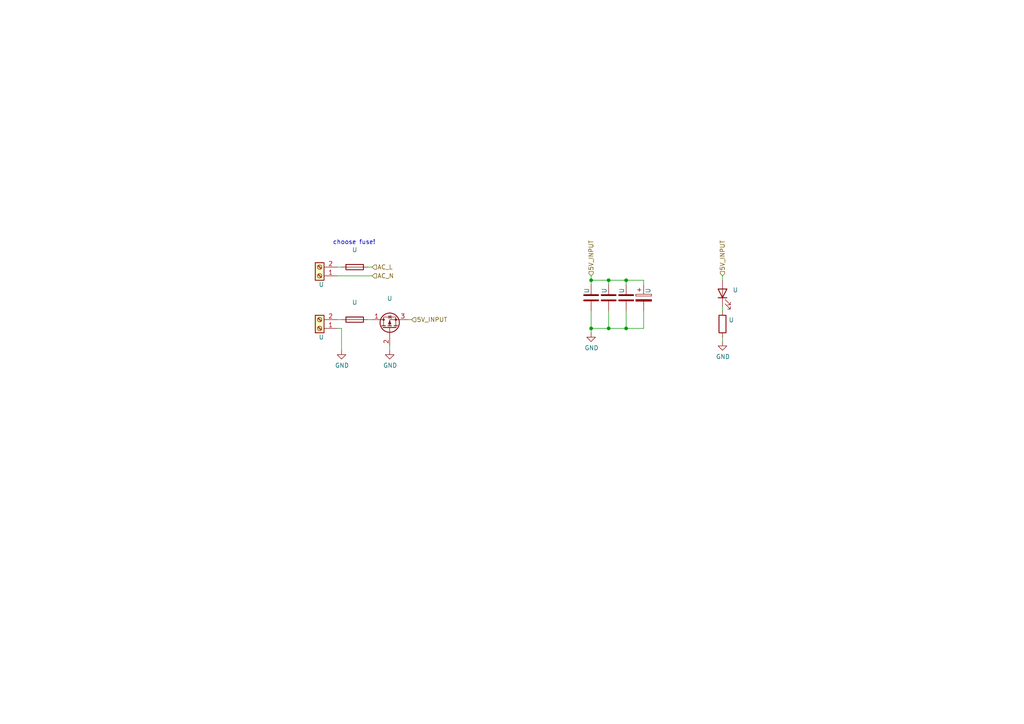
<source format=kicad_sch>
(kicad_sch (version 20220622) (generator eeschema)
  (paper "A4")
  (title_block (title "Power section") (date "2020-01-15") (rev "1.0") (company "SENSA"))
  (lib_symbols
    (symbol "Connector:Screw_Terminal_01x02" (pin_names (offset 1.016) hide)
      (property "Reference" "J" (at 0 2.54 0))
      (property "Value" "Screw_Terminal_01x02" (at 0 -5.08 0))
      (symbol "Screw_Terminal_01x02_1_1"
        (rectangle (start -1.27 1.27) (end 1.27 -3.81) (stroke (width 0.254)) (fill (type background)))
        (circle (center 0 -2.54) (radius 0.635) (stroke (width 0.1524)))
        (polyline (pts (xy -0.5334 -2.2098) (xy 0.3302 -3.048)) (stroke (width 0.1524)))
        (polyline (pts (xy -0.5334 0.3302) (xy 0.3302 -0.508)) (stroke (width 0.1524)))
        (polyline (pts (xy -0.3556 -2.032) (xy 0.508 -2.8702)) (stroke (width 0.1524)))
        (polyline (pts (xy -0.3556 0.508) (xy 0.508 -0.3302)) (stroke (width 0.1524)))
        (circle (center 0 0) (radius 0.635) (stroke (width 0.1524)))
        (pin passive line (at -5.08 0 0) (length 3.81) (name "Pin_1") (number "1"))
        (pin passive line (at -5.08 -2.54 0) (length 3.81) (name "Pin_2") (number "2"))
      )
    )
    (symbol "Device:C" (pin_numbers hide) (pin_names (offset 0.254))
      (property "Reference" "C" (at 0.635 2.54 0))
      (property "Value" "C" (at 0.635 -2.54 0))
      (symbol "C_0_1"
        (polyline (pts (xy -2.032 -0.762) (xy 2.032 -0.762)) (stroke (width 0.508)))
        (polyline (pts (xy -2.032 0.762) (xy 2.032 0.762)) (stroke (width 0.508)))
      )
      (symbol "C_1_1"
        (pin passive line (at 0 3.81 270) (length 2.794) (name "~") (number "1"))
        (pin passive line (at 0 -3.81 90) (length 2.794) (name "~") (number "2"))
      )
    )
    (symbol "Device:Fuse" (pin_numbers hide) (pin_names (offset 0))
      (property "Reference" "F" (at 2.032 0 90))
      (property "Value" "Fuse" (at -1.905 0 90))
      (symbol "Fuse_0_1"
        (rectangle (start -0.762 -2.54) (end 0.762 2.54) (stroke (width 0.254)))
        (polyline (pts (xy 0 2.54) (xy 0 -2.54)))
      )
      (symbol "Fuse_1_1"
        (pin passive line (at 0 3.81 270) (length 1.27) (name "~") (number "1"))
        (pin passive line (at 0 -3.81 90) (length 1.27) (name "~") (number "2"))
      )
    )
    (symbol "Device:LED" (pin_numbers hide) (pin_names (offset 1.016) hide)
      (property "Reference" "D" (at 0 2.54 0))
      (property "Value" "LED" (at 0 -2.54 0))
      (symbol "LED_0_1"
        (polyline (pts (xy -1.27 -1.27) (xy -1.27 1.27)) (stroke (width 0.254)))
        (polyline (pts (xy -1.27 0) (xy 1.27 0)))
        (polyline (pts (xy 1.27 -1.27) (xy 1.27 1.27) (xy -1.27 0) (xy 1.27 -1.27)) (stroke (width 0.254)))
        (polyline (pts (xy -3.048 -0.762) (xy -4.572 -2.286) (xy -3.81 -2.286) (xy -4.572 -2.286) (xy -4.572 -1.524)))
        (polyline (pts (xy -1.778 -0.762) (xy -3.302 -2.286) (xy -2.54 -2.286) (xy -3.302 -2.286) (xy -3.302 -1.524)))
      )
      (symbol "LED_1_1"
        (pin passive line (at -3.81 0 0) (length 2.54) (name "K") (number "1"))
        (pin passive line (at 3.81 0 180) (length 2.54) (name "A") (number "2"))
      )
    )
    (symbol "Device:R" (pin_numbers hide) (pin_names (offset 0))
      (property "Reference" "R" (at 2.032 0 90))
      (property "Value" "R" (at 0 0 90))
      (symbol "R_0_1"
        (rectangle (start -1.016 -2.54) (end 1.016 2.54) (stroke (width 0.254)))
      )
      (symbol "R_1_1"
        (pin passive line (at 0 3.81 270) (length 1.27) (name "~") (number "1"))
        (pin passive line (at 0 -3.81 90) (length 1.27) (name "~") (number "2"))
      )
    )
    (symbol "Transistor_FET:BS250" (pin_names hide)
      (property "Reference" "Q" (at 5.08 1.905 0))
      (property "Value" "BS250" (at 5.08 0 0))
      (symbol "BS250_0_1"
        (polyline (pts (xy 0.254 0) (xy -2.54 0)))
        (polyline (pts (xy 0.254 1.905) (xy 0.254 -1.905)) (stroke (width 0.254)))
        (polyline (pts (xy 0.762 -1.27) (xy 0.762 -2.286)) (stroke (width 0.254)))
        (polyline (pts (xy 0.762 0.508) (xy 0.762 -0.508)) (stroke (width 0.254)))
        (polyline (pts (xy 0.762 2.286) (xy 0.762 1.27)) (stroke (width 0.254)))
        (polyline (pts (xy 2.54 2.54) (xy 2.54 1.778)))
        (polyline (pts (xy 2.54 -2.54) (xy 2.54 0) (xy 0.762 0)))
        (polyline (pts (xy 0.762 1.778) (xy 3.302 1.778) (xy 3.302 -1.778) (xy 0.762 -1.778)))
        (polyline (pts (xy 2.286 0) (xy 1.27 0.381) (xy 1.27 -0.381) (xy 2.286 0)) (fill (type outline)))
        (polyline (pts (xy 2.794 -0.508) (xy 2.921 -0.381) (xy 3.683 -0.381) (xy 3.81 -0.254)))
        (polyline (pts (xy 3.302 -0.381) (xy 2.921 0.254) (xy 3.683 0.254) (xy 3.302 -0.381)))
        (circle (center 1.651 0) (radius 2.794) (stroke (width 0.254)))
        (circle (center 2.54 -1.778) (radius 0.254) (fill (type outline)))
        (circle (center 2.54 1.778) (radius 0.254) (fill (type outline)))
      )
      (symbol "BS250_1_1"
        (pin passive line (at 2.54 5.08 270) (length 2.54) (name "D") (number "1"))
        (pin input line (at -5.08 0 0) (length 2.54) (name "G") (number "2"))
        (pin passive line (at 2.54 -5.08 90) (length 2.54) (name "S") (number "3"))
      )
    )
    (symbol "burner-rescue:CP-Device" (pin_numbers hide) (pin_names (offset 0.254))
      (property "Reference" "C" (at 0.635 2.54 0))
      (property "Value" "CP-Device" (at 0.635 -2.54 0))
      (symbol "CP-Device_0_1"
        (rectangle (start -2.286 0.508) (end 2.286 1.016))
        (polyline (pts (xy -1.778 2.286) (xy -0.762 2.286)))
        (polyline (pts (xy -1.27 2.794) (xy -1.27 1.778)))
        (rectangle (start 2.286 -0.508) (end -2.286 -1.016) (fill (type outline)))
      )
      (symbol "CP-Device_1_1"
        (pin passive line (at 0 3.81 270) (length 2.794) (name "~") (number "1"))
        (pin passive line (at 0 -3.81 90) (length 2.794) (name "~") (number "2"))
      )
    )
    (symbol "power:GND" (power) (pin_names (offset 0))
      (property "Value" "GND" (at 0 -3.81 0))
      (symbol "GND_0_1"
        (polyline (pts (xy 0 0) (xy 0 -1.27) (xy 1.27 -1.27) (xy 0 -2.54) (xy -1.27 -1.27) (xy 0 -1.27)))
      )
      (symbol "GND_1_1"
        (pin power_in line (at 0 0 270) (length 0) hide (name "GND") (number "1"))
      )
    )
  )
  (junction (at 171.45 95.25))
  (junction (at 176.53 81.28))
  (junction (at 171.45 81.28))
  (junction (at 181.61 95.25))
  (junction (at 181.61 81.28))
  (junction (at 176.53 95.25))
  (wire (pts (xy 181.61 95.25) (xy 176.53 95.25)))
  (wire (pts (xy 209.55 97.79) (xy 209.55 99.06)))
  (wire (pts (xy 106.68 92.71) (xy 107.95 92.71)))
  (wire (pts (xy 209.55 81.28) (xy 209.55 80.01)))
  (wire (pts (xy 176.53 95.25) (xy 171.45 95.25)))
  (wire (pts (xy 171.45 95.25) (xy 171.45 96.52)))
  (wire (pts (xy 181.61 90.17) (xy 181.61 95.25)))
  (wire (pts (xy 181.61 82.55) (xy 181.61 81.28)))
  (wire (pts (xy 97.79 77.47) (xy 99.06 77.47)))
  (wire (pts (xy 176.53 90.17) (xy 176.53 95.25)))
  (wire (pts (xy 209.55 88.9) (xy 209.55 90.17)))
  (wire (pts (xy 186.69 90.17) (xy 186.69 95.25)))
  (wire (pts (xy 186.69 81.28) (xy 186.69 82.55)))
  (wire (pts (xy 171.45 80.01) (xy 171.45 81.28)))
  (wire (pts (xy 181.61 81.28) (xy 186.69 81.28)))
  (wire (pts (xy 171.45 90.17) (xy 171.45 95.25)))
  (wire (pts (xy 176.53 81.28) (xy 181.61 81.28)))
  (wire (pts (xy 99.06 95.25) (xy 99.06 101.6)))
  (wire (pts (xy 97.79 80.01) (xy 107.95 80.01)))
  (wire (pts (xy 97.79 95.25) (xy 99.06 95.25)))
  (wire (pts (xy 106.68 77.47) (xy 107.95 77.47)))
  (wire (pts (xy 97.79 92.71) (xy 99.06 92.71)))
  (wire (pts (xy 171.45 81.28) (xy 171.45 82.55)))
  (wire (pts (xy 113.03 100.33) (xy 113.03 101.6)))
  (wire (pts (xy 186.69 95.25) (xy 181.61 95.25)))
  (wire (pts (xy 171.45 81.28) (xy 176.53 81.28)))
  (wire (pts (xy 118.11 92.71) (xy 119.38 92.71)))
  (wire (pts (xy 176.53 82.55) (xy 176.53 81.28)))
  (text "choose fuse!" (at 96.52 71.12 0) (effects (font (size 1.27 1.27)) (justify left bottom)))
  (hierarchical_label "AC_N" (shape input) (at 107.95 80.01 0))
  (hierarchical_label "5V_INPUT" (shape input) (at 171.45 80.01 90))
  (hierarchical_label "5V_INPUT" (shape input) (at 209.55 80.01 90))
  (hierarchical_label "5V_INPUT" (shape input) (at 119.38 92.71 0))
  (hierarchical_label "AC_L" (shape input) (at 107.95 77.47 0))
  (symbol (lib_id "Connector:Screw_Terminal_01x02") (at 92.71 95.25 180) (unit 1)
    (default_instance (reference "U") (unit 1) (value "") (footprint ""))
    (property "Reference" "U" (at 93.98 97.79 0) (effects (justify left)))
  )
  (symbol (lib_id "Connector:Screw_Terminal_01x02") (at 92.71 80.01 180) (unit 1)
    (default_instance (reference "U") (unit 1) (value "") (footprint ""))
    (property "Reference" "U" (at 93.98 82.55 0) (effects (justify left)))
  )
  (symbol (lib_id "Device:Fuse") (at 102.87 77.47 270) (unit 1)
    (default_instance (reference "U") (unit 1) (value "") (footprint ""))
    (property "Reference" "U" (at 102.87 72.4662 90))
  )
  (symbol (lib_id "power:GND") (at 99.06 101.6 0) (unit 1)
    (default_instance (reference "U") (unit 1) (value "") (footprint ""))
    (property "Reference" "U" (effects hide))
  )
  (symbol (lib_id "Device:LED") (at 209.55 85.09 90) (unit 1)
    (default_instance (reference "U") (unit 1) (value "") (footprint ""))
    (property "Reference" "U" (at 212.5218 84.0994 90) (effects (justify right)))
  )
  (symbol (lib_id "Device:R") (at 209.55 93.98 0) (unit 1)
    (default_instance (reference "U") (unit 1) (value "") (footprint ""))
    (property "Reference" "U" (at 211.328 92.8116 0) (effects (justify left)))
  )
  (symbol (lib_id "power:GND") (at 209.55 99.06 0) (unit 1)
    (default_instance (reference "U") (unit 1) (value "") (footprint ""))
    (property "Reference" "U" (effects hide))
  )
  (symbol (lib_id "Device:Fuse") (at 102.87 92.71 270) (unit 1)
    (default_instance (reference "U") (unit 1) (value "") (footprint ""))
    (property "Reference" "U" (at 102.87 87.7062 90))
  )
  (symbol (lib_id "Device:C") (at 171.45 86.36 0) (unit 1)
    (default_instance (reference "U") (unit 1) (value "") (footprint ""))
    (property "Reference" "U" (at 170.18 85.09 90) (effects (justify left)))
  )
  (symbol (lib_id "Device:C") (at 176.53 86.36 0) (unit 1)
    (default_instance (reference "U") (unit 1) (value "") (footprint ""))
    (property "Reference" "U" (at 175.26 85.09 90) (effects (justify left)))
  )
  (symbol (lib_id "Device:C") (at 181.61 86.36 0) (unit 1)
    (default_instance (reference "U") (unit 1) (value "") (footprint ""))
    (property "Reference" "U" (at 180.34 85.09 90) (effects (justify left)))
  )
  (symbol (lib_id "burner-rescue:CP-Device") (at 186.69 86.36 0) (unit 1)
    (default_instance (reference "U") (unit 1) (value "") (footprint ""))
    (property "Reference" "U" (at 187.96 85.09 90) (effects (justify left)))
  )
  (symbol (lib_id "power:GND") (at 171.45 96.52 0) (unit 1)
    (default_instance (reference "U") (unit 1) (value "") (footprint ""))
    (property "Reference" "U" (effects hide))
  )
  (symbol (lib_id "Transistor_FET:BS250") (at 113.03 95.25 90) (unit 1)
    (default_instance (reference "U") (unit 1) (value "") (footprint ""))
    (property "Reference" "U" (at 113.03 86.5632 90))
    (property "Datasheet" "http://aosmd.com/res/data_sheets/AOD417.pdf" (effects hide))
  )
  (symbol (lib_id "power:GND") (at 113.03 101.6 0) (unit 1)
    (default_instance (reference "U") (unit 1) (value "") (footprint ""))
    (property "Reference" "U" (effects hide))
  )
)
</source>
